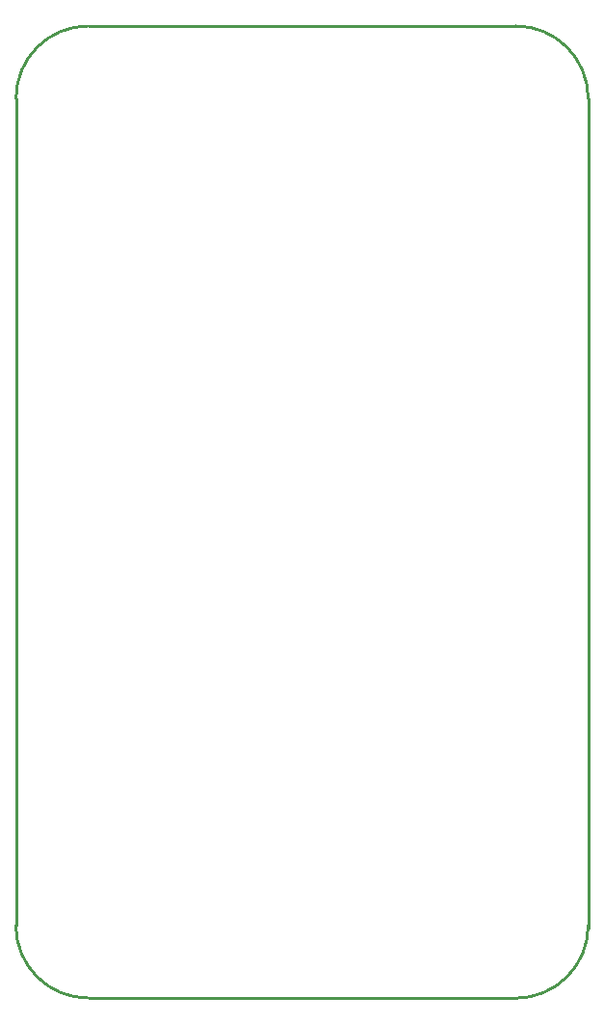
<source format=gko>
G04 Layer: BoardOutline*
G04 EasyEDA v6.4.17, 2021-03-07T15:12:51--8:00*
G04 6c535f378de342b990020bc8b1c8526d,b5aacd518854429a9b9924e8a25dcfd8,10*
G04 Gerber Generator version 0.2*
G04 Scale: 100 percent, Rotated: No, Reflected: No *
G04 Dimensions in inches *
G04 leading zeros omitted , absolute positions ,3 integer and 6 decimal *
%FSLAX36Y36*%
%MOIN*%

%ADD10C,0.0100*%
D10*
X10000Y140000D02*
G01*
X9998Y3000259D01*
X1740000Y-110000D02*
G01*
X260996Y-110000D01*
X1990001Y3000259D02*
G01*
X1990000Y130000D01*
X260498Y3250499D02*
G01*
X1739501Y3250499D01*
G75*
G01*
X260000Y-110000D02*
G02*
X9500Y140500I0J250500D01*
G75*
G01*
X1989999Y139999D02*
G02*
X1739499Y-110501I-250500J0D01*
G75*
G01*
X1739501Y3250499D02*
G02*
X1990001Y2999999I0J-250500D01*
G75*
G01*
X9999Y2999999D02*
G02*
X260499Y3250499I250500J0D01*

%LPD*%
M02*

</source>
